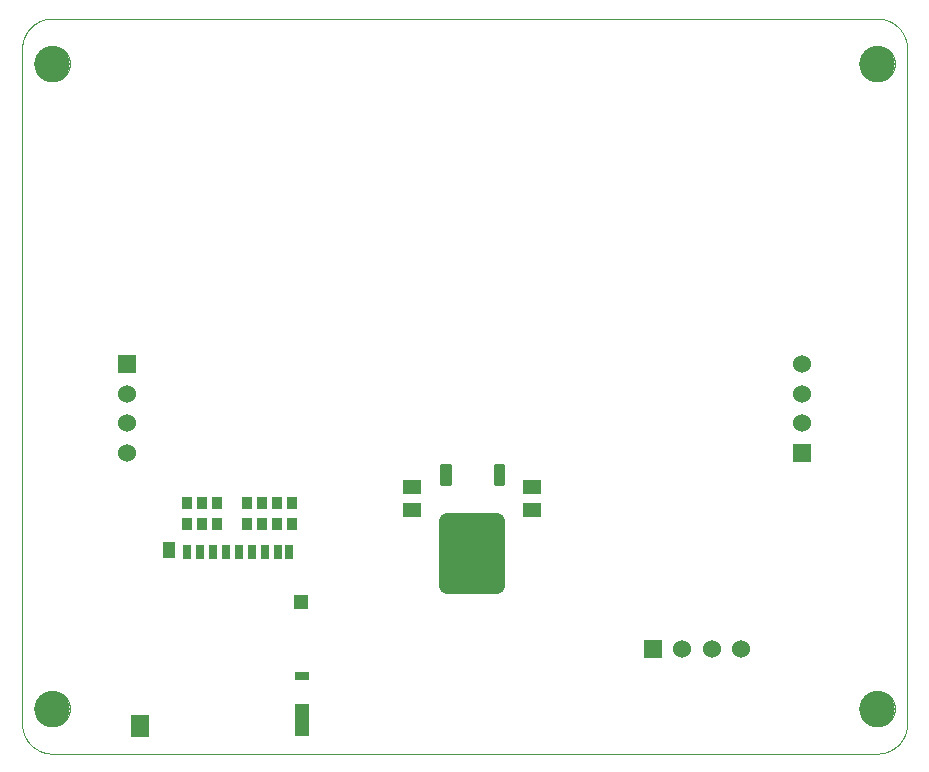
<source format=gbs>
G75*
%MOIN*%
%OFA0B0*%
%FSLAX25Y25*%
%IPPOS*%
%LPD*%
%AMOC8*
5,1,8,0,0,1.08239X$1,22.5*
%
%ADD10C,0.00000*%
%ADD11R,0.05906X0.05118*%
%ADD12R,0.06000X0.06000*%
%ADD13C,0.06000*%
%ADD14R,0.03346X0.04134*%
%ADD15C,0.11811*%
%ADD16R,0.02756X0.04724*%
%ADD17R,0.03937X0.05512*%
%ADD18R,0.05906X0.07480*%
%ADD19R,0.04724X0.11024*%
%ADD20R,0.04724X0.03150*%
%ADD21R,0.04724X0.04724*%
%ADD22C,0.05320*%
%ADD23C,0.00907*%
D10*
X0076800Y0058933D02*
X0351800Y0058933D01*
X0352042Y0058936D01*
X0352283Y0058945D01*
X0352524Y0058959D01*
X0352765Y0058980D01*
X0353005Y0059006D01*
X0353245Y0059038D01*
X0353484Y0059076D01*
X0353721Y0059119D01*
X0353958Y0059169D01*
X0354193Y0059224D01*
X0354427Y0059284D01*
X0354659Y0059351D01*
X0354890Y0059422D01*
X0355119Y0059500D01*
X0355346Y0059583D01*
X0355571Y0059671D01*
X0355794Y0059765D01*
X0356014Y0059864D01*
X0356232Y0059969D01*
X0356447Y0060078D01*
X0356660Y0060193D01*
X0356870Y0060313D01*
X0357076Y0060438D01*
X0357280Y0060568D01*
X0357481Y0060703D01*
X0357678Y0060843D01*
X0357872Y0060987D01*
X0358062Y0061136D01*
X0358248Y0061290D01*
X0358431Y0061448D01*
X0358610Y0061610D01*
X0358785Y0061777D01*
X0358956Y0061948D01*
X0359123Y0062123D01*
X0359285Y0062302D01*
X0359443Y0062485D01*
X0359597Y0062671D01*
X0359746Y0062861D01*
X0359890Y0063055D01*
X0360030Y0063252D01*
X0360165Y0063453D01*
X0360295Y0063657D01*
X0360420Y0063863D01*
X0360540Y0064073D01*
X0360655Y0064286D01*
X0360764Y0064501D01*
X0360869Y0064719D01*
X0360968Y0064939D01*
X0361062Y0065162D01*
X0361150Y0065387D01*
X0361233Y0065614D01*
X0361311Y0065843D01*
X0361382Y0066074D01*
X0361449Y0066306D01*
X0361509Y0066540D01*
X0361564Y0066775D01*
X0361614Y0067012D01*
X0361657Y0067249D01*
X0361695Y0067488D01*
X0361727Y0067728D01*
X0361753Y0067968D01*
X0361774Y0068209D01*
X0361788Y0068450D01*
X0361797Y0068691D01*
X0361800Y0068933D01*
X0361800Y0293933D01*
X0361797Y0294175D01*
X0361788Y0294416D01*
X0361774Y0294657D01*
X0361753Y0294898D01*
X0361727Y0295138D01*
X0361695Y0295378D01*
X0361657Y0295617D01*
X0361614Y0295854D01*
X0361564Y0296091D01*
X0361509Y0296326D01*
X0361449Y0296560D01*
X0361382Y0296792D01*
X0361311Y0297023D01*
X0361233Y0297252D01*
X0361150Y0297479D01*
X0361062Y0297704D01*
X0360968Y0297927D01*
X0360869Y0298147D01*
X0360764Y0298365D01*
X0360655Y0298580D01*
X0360540Y0298793D01*
X0360420Y0299003D01*
X0360295Y0299209D01*
X0360165Y0299413D01*
X0360030Y0299614D01*
X0359890Y0299811D01*
X0359746Y0300005D01*
X0359597Y0300195D01*
X0359443Y0300381D01*
X0359285Y0300564D01*
X0359123Y0300743D01*
X0358956Y0300918D01*
X0358785Y0301089D01*
X0358610Y0301256D01*
X0358431Y0301418D01*
X0358248Y0301576D01*
X0358062Y0301730D01*
X0357872Y0301879D01*
X0357678Y0302023D01*
X0357481Y0302163D01*
X0357280Y0302298D01*
X0357076Y0302428D01*
X0356870Y0302553D01*
X0356660Y0302673D01*
X0356447Y0302788D01*
X0356232Y0302897D01*
X0356014Y0303002D01*
X0355794Y0303101D01*
X0355571Y0303195D01*
X0355346Y0303283D01*
X0355119Y0303366D01*
X0354890Y0303444D01*
X0354659Y0303515D01*
X0354427Y0303582D01*
X0354193Y0303642D01*
X0353958Y0303697D01*
X0353721Y0303747D01*
X0353484Y0303790D01*
X0353245Y0303828D01*
X0353005Y0303860D01*
X0352765Y0303886D01*
X0352524Y0303907D01*
X0352283Y0303921D01*
X0352042Y0303930D01*
X0351800Y0303933D01*
X0076800Y0303933D01*
X0076558Y0303930D01*
X0076317Y0303921D01*
X0076076Y0303907D01*
X0075835Y0303886D01*
X0075595Y0303860D01*
X0075355Y0303828D01*
X0075116Y0303790D01*
X0074879Y0303747D01*
X0074642Y0303697D01*
X0074407Y0303642D01*
X0074173Y0303582D01*
X0073941Y0303515D01*
X0073710Y0303444D01*
X0073481Y0303366D01*
X0073254Y0303283D01*
X0073029Y0303195D01*
X0072806Y0303101D01*
X0072586Y0303002D01*
X0072368Y0302897D01*
X0072153Y0302788D01*
X0071940Y0302673D01*
X0071730Y0302553D01*
X0071524Y0302428D01*
X0071320Y0302298D01*
X0071119Y0302163D01*
X0070922Y0302023D01*
X0070728Y0301879D01*
X0070538Y0301730D01*
X0070352Y0301576D01*
X0070169Y0301418D01*
X0069990Y0301256D01*
X0069815Y0301089D01*
X0069644Y0300918D01*
X0069477Y0300743D01*
X0069315Y0300564D01*
X0069157Y0300381D01*
X0069003Y0300195D01*
X0068854Y0300005D01*
X0068710Y0299811D01*
X0068570Y0299614D01*
X0068435Y0299413D01*
X0068305Y0299209D01*
X0068180Y0299003D01*
X0068060Y0298793D01*
X0067945Y0298580D01*
X0067836Y0298365D01*
X0067731Y0298147D01*
X0067632Y0297927D01*
X0067538Y0297704D01*
X0067450Y0297479D01*
X0067367Y0297252D01*
X0067289Y0297023D01*
X0067218Y0296792D01*
X0067151Y0296560D01*
X0067091Y0296326D01*
X0067036Y0296091D01*
X0066986Y0295854D01*
X0066943Y0295617D01*
X0066905Y0295378D01*
X0066873Y0295138D01*
X0066847Y0294898D01*
X0066826Y0294657D01*
X0066812Y0294416D01*
X0066803Y0294175D01*
X0066800Y0293933D01*
X0066800Y0068933D01*
X0066803Y0068691D01*
X0066812Y0068450D01*
X0066826Y0068209D01*
X0066847Y0067968D01*
X0066873Y0067728D01*
X0066905Y0067488D01*
X0066943Y0067249D01*
X0066986Y0067012D01*
X0067036Y0066775D01*
X0067091Y0066540D01*
X0067151Y0066306D01*
X0067218Y0066074D01*
X0067289Y0065843D01*
X0067367Y0065614D01*
X0067450Y0065387D01*
X0067538Y0065162D01*
X0067632Y0064939D01*
X0067731Y0064719D01*
X0067836Y0064501D01*
X0067945Y0064286D01*
X0068060Y0064073D01*
X0068180Y0063863D01*
X0068305Y0063657D01*
X0068435Y0063453D01*
X0068570Y0063252D01*
X0068710Y0063055D01*
X0068854Y0062861D01*
X0069003Y0062671D01*
X0069157Y0062485D01*
X0069315Y0062302D01*
X0069477Y0062123D01*
X0069644Y0061948D01*
X0069815Y0061777D01*
X0069990Y0061610D01*
X0070169Y0061448D01*
X0070352Y0061290D01*
X0070538Y0061136D01*
X0070728Y0060987D01*
X0070922Y0060843D01*
X0071119Y0060703D01*
X0071320Y0060568D01*
X0071524Y0060438D01*
X0071730Y0060313D01*
X0071940Y0060193D01*
X0072153Y0060078D01*
X0072368Y0059969D01*
X0072586Y0059864D01*
X0072806Y0059765D01*
X0073029Y0059671D01*
X0073254Y0059583D01*
X0073481Y0059500D01*
X0073710Y0059422D01*
X0073941Y0059351D01*
X0074173Y0059284D01*
X0074407Y0059224D01*
X0074642Y0059169D01*
X0074879Y0059119D01*
X0075116Y0059076D01*
X0075355Y0059038D01*
X0075595Y0059006D01*
X0075835Y0058980D01*
X0076076Y0058959D01*
X0076317Y0058945D01*
X0076558Y0058936D01*
X0076800Y0058933D01*
X0070894Y0073933D02*
X0070896Y0074086D01*
X0070902Y0074240D01*
X0070912Y0074393D01*
X0070926Y0074545D01*
X0070944Y0074698D01*
X0070966Y0074849D01*
X0070991Y0075000D01*
X0071021Y0075151D01*
X0071055Y0075301D01*
X0071092Y0075449D01*
X0071133Y0075597D01*
X0071178Y0075743D01*
X0071227Y0075889D01*
X0071280Y0076033D01*
X0071336Y0076175D01*
X0071396Y0076316D01*
X0071460Y0076456D01*
X0071527Y0076594D01*
X0071598Y0076730D01*
X0071673Y0076864D01*
X0071750Y0076996D01*
X0071832Y0077126D01*
X0071916Y0077254D01*
X0072004Y0077380D01*
X0072095Y0077503D01*
X0072189Y0077624D01*
X0072287Y0077742D01*
X0072387Y0077858D01*
X0072491Y0077971D01*
X0072597Y0078082D01*
X0072706Y0078190D01*
X0072818Y0078295D01*
X0072932Y0078396D01*
X0073050Y0078495D01*
X0073169Y0078591D01*
X0073291Y0078684D01*
X0073416Y0078773D01*
X0073543Y0078860D01*
X0073672Y0078942D01*
X0073803Y0079022D01*
X0073936Y0079098D01*
X0074071Y0079171D01*
X0074208Y0079240D01*
X0074347Y0079305D01*
X0074487Y0079367D01*
X0074629Y0079425D01*
X0074772Y0079480D01*
X0074917Y0079531D01*
X0075063Y0079578D01*
X0075210Y0079621D01*
X0075358Y0079660D01*
X0075507Y0079696D01*
X0075657Y0079727D01*
X0075808Y0079755D01*
X0075959Y0079779D01*
X0076112Y0079799D01*
X0076264Y0079815D01*
X0076417Y0079827D01*
X0076570Y0079835D01*
X0076723Y0079839D01*
X0076877Y0079839D01*
X0077030Y0079835D01*
X0077183Y0079827D01*
X0077336Y0079815D01*
X0077488Y0079799D01*
X0077641Y0079779D01*
X0077792Y0079755D01*
X0077943Y0079727D01*
X0078093Y0079696D01*
X0078242Y0079660D01*
X0078390Y0079621D01*
X0078537Y0079578D01*
X0078683Y0079531D01*
X0078828Y0079480D01*
X0078971Y0079425D01*
X0079113Y0079367D01*
X0079253Y0079305D01*
X0079392Y0079240D01*
X0079529Y0079171D01*
X0079664Y0079098D01*
X0079797Y0079022D01*
X0079928Y0078942D01*
X0080057Y0078860D01*
X0080184Y0078773D01*
X0080309Y0078684D01*
X0080431Y0078591D01*
X0080550Y0078495D01*
X0080668Y0078396D01*
X0080782Y0078295D01*
X0080894Y0078190D01*
X0081003Y0078082D01*
X0081109Y0077971D01*
X0081213Y0077858D01*
X0081313Y0077742D01*
X0081411Y0077624D01*
X0081505Y0077503D01*
X0081596Y0077380D01*
X0081684Y0077254D01*
X0081768Y0077126D01*
X0081850Y0076996D01*
X0081927Y0076864D01*
X0082002Y0076730D01*
X0082073Y0076594D01*
X0082140Y0076456D01*
X0082204Y0076316D01*
X0082264Y0076175D01*
X0082320Y0076033D01*
X0082373Y0075889D01*
X0082422Y0075743D01*
X0082467Y0075597D01*
X0082508Y0075449D01*
X0082545Y0075301D01*
X0082579Y0075151D01*
X0082609Y0075000D01*
X0082634Y0074849D01*
X0082656Y0074698D01*
X0082674Y0074545D01*
X0082688Y0074393D01*
X0082698Y0074240D01*
X0082704Y0074086D01*
X0082706Y0073933D01*
X0082704Y0073780D01*
X0082698Y0073626D01*
X0082688Y0073473D01*
X0082674Y0073321D01*
X0082656Y0073168D01*
X0082634Y0073017D01*
X0082609Y0072866D01*
X0082579Y0072715D01*
X0082545Y0072565D01*
X0082508Y0072417D01*
X0082467Y0072269D01*
X0082422Y0072123D01*
X0082373Y0071977D01*
X0082320Y0071833D01*
X0082264Y0071691D01*
X0082204Y0071550D01*
X0082140Y0071410D01*
X0082073Y0071272D01*
X0082002Y0071136D01*
X0081927Y0071002D01*
X0081850Y0070870D01*
X0081768Y0070740D01*
X0081684Y0070612D01*
X0081596Y0070486D01*
X0081505Y0070363D01*
X0081411Y0070242D01*
X0081313Y0070124D01*
X0081213Y0070008D01*
X0081109Y0069895D01*
X0081003Y0069784D01*
X0080894Y0069676D01*
X0080782Y0069571D01*
X0080668Y0069470D01*
X0080550Y0069371D01*
X0080431Y0069275D01*
X0080309Y0069182D01*
X0080184Y0069093D01*
X0080057Y0069006D01*
X0079928Y0068924D01*
X0079797Y0068844D01*
X0079664Y0068768D01*
X0079529Y0068695D01*
X0079392Y0068626D01*
X0079253Y0068561D01*
X0079113Y0068499D01*
X0078971Y0068441D01*
X0078828Y0068386D01*
X0078683Y0068335D01*
X0078537Y0068288D01*
X0078390Y0068245D01*
X0078242Y0068206D01*
X0078093Y0068170D01*
X0077943Y0068139D01*
X0077792Y0068111D01*
X0077641Y0068087D01*
X0077488Y0068067D01*
X0077336Y0068051D01*
X0077183Y0068039D01*
X0077030Y0068031D01*
X0076877Y0068027D01*
X0076723Y0068027D01*
X0076570Y0068031D01*
X0076417Y0068039D01*
X0076264Y0068051D01*
X0076112Y0068067D01*
X0075959Y0068087D01*
X0075808Y0068111D01*
X0075657Y0068139D01*
X0075507Y0068170D01*
X0075358Y0068206D01*
X0075210Y0068245D01*
X0075063Y0068288D01*
X0074917Y0068335D01*
X0074772Y0068386D01*
X0074629Y0068441D01*
X0074487Y0068499D01*
X0074347Y0068561D01*
X0074208Y0068626D01*
X0074071Y0068695D01*
X0073936Y0068768D01*
X0073803Y0068844D01*
X0073672Y0068924D01*
X0073543Y0069006D01*
X0073416Y0069093D01*
X0073291Y0069182D01*
X0073169Y0069275D01*
X0073050Y0069371D01*
X0072932Y0069470D01*
X0072818Y0069571D01*
X0072706Y0069676D01*
X0072597Y0069784D01*
X0072491Y0069895D01*
X0072387Y0070008D01*
X0072287Y0070124D01*
X0072189Y0070242D01*
X0072095Y0070363D01*
X0072004Y0070486D01*
X0071916Y0070612D01*
X0071832Y0070740D01*
X0071750Y0070870D01*
X0071673Y0071002D01*
X0071598Y0071136D01*
X0071527Y0071272D01*
X0071460Y0071410D01*
X0071396Y0071550D01*
X0071336Y0071691D01*
X0071280Y0071833D01*
X0071227Y0071977D01*
X0071178Y0072123D01*
X0071133Y0072269D01*
X0071092Y0072417D01*
X0071055Y0072565D01*
X0071021Y0072715D01*
X0070991Y0072866D01*
X0070966Y0073017D01*
X0070944Y0073168D01*
X0070926Y0073321D01*
X0070912Y0073473D01*
X0070902Y0073626D01*
X0070896Y0073780D01*
X0070894Y0073933D01*
X0070894Y0288933D02*
X0070896Y0289086D01*
X0070902Y0289240D01*
X0070912Y0289393D01*
X0070926Y0289545D01*
X0070944Y0289698D01*
X0070966Y0289849D01*
X0070991Y0290000D01*
X0071021Y0290151D01*
X0071055Y0290301D01*
X0071092Y0290449D01*
X0071133Y0290597D01*
X0071178Y0290743D01*
X0071227Y0290889D01*
X0071280Y0291033D01*
X0071336Y0291175D01*
X0071396Y0291316D01*
X0071460Y0291456D01*
X0071527Y0291594D01*
X0071598Y0291730D01*
X0071673Y0291864D01*
X0071750Y0291996D01*
X0071832Y0292126D01*
X0071916Y0292254D01*
X0072004Y0292380D01*
X0072095Y0292503D01*
X0072189Y0292624D01*
X0072287Y0292742D01*
X0072387Y0292858D01*
X0072491Y0292971D01*
X0072597Y0293082D01*
X0072706Y0293190D01*
X0072818Y0293295D01*
X0072932Y0293396D01*
X0073050Y0293495D01*
X0073169Y0293591D01*
X0073291Y0293684D01*
X0073416Y0293773D01*
X0073543Y0293860D01*
X0073672Y0293942D01*
X0073803Y0294022D01*
X0073936Y0294098D01*
X0074071Y0294171D01*
X0074208Y0294240D01*
X0074347Y0294305D01*
X0074487Y0294367D01*
X0074629Y0294425D01*
X0074772Y0294480D01*
X0074917Y0294531D01*
X0075063Y0294578D01*
X0075210Y0294621D01*
X0075358Y0294660D01*
X0075507Y0294696D01*
X0075657Y0294727D01*
X0075808Y0294755D01*
X0075959Y0294779D01*
X0076112Y0294799D01*
X0076264Y0294815D01*
X0076417Y0294827D01*
X0076570Y0294835D01*
X0076723Y0294839D01*
X0076877Y0294839D01*
X0077030Y0294835D01*
X0077183Y0294827D01*
X0077336Y0294815D01*
X0077488Y0294799D01*
X0077641Y0294779D01*
X0077792Y0294755D01*
X0077943Y0294727D01*
X0078093Y0294696D01*
X0078242Y0294660D01*
X0078390Y0294621D01*
X0078537Y0294578D01*
X0078683Y0294531D01*
X0078828Y0294480D01*
X0078971Y0294425D01*
X0079113Y0294367D01*
X0079253Y0294305D01*
X0079392Y0294240D01*
X0079529Y0294171D01*
X0079664Y0294098D01*
X0079797Y0294022D01*
X0079928Y0293942D01*
X0080057Y0293860D01*
X0080184Y0293773D01*
X0080309Y0293684D01*
X0080431Y0293591D01*
X0080550Y0293495D01*
X0080668Y0293396D01*
X0080782Y0293295D01*
X0080894Y0293190D01*
X0081003Y0293082D01*
X0081109Y0292971D01*
X0081213Y0292858D01*
X0081313Y0292742D01*
X0081411Y0292624D01*
X0081505Y0292503D01*
X0081596Y0292380D01*
X0081684Y0292254D01*
X0081768Y0292126D01*
X0081850Y0291996D01*
X0081927Y0291864D01*
X0082002Y0291730D01*
X0082073Y0291594D01*
X0082140Y0291456D01*
X0082204Y0291316D01*
X0082264Y0291175D01*
X0082320Y0291033D01*
X0082373Y0290889D01*
X0082422Y0290743D01*
X0082467Y0290597D01*
X0082508Y0290449D01*
X0082545Y0290301D01*
X0082579Y0290151D01*
X0082609Y0290000D01*
X0082634Y0289849D01*
X0082656Y0289698D01*
X0082674Y0289545D01*
X0082688Y0289393D01*
X0082698Y0289240D01*
X0082704Y0289086D01*
X0082706Y0288933D01*
X0082704Y0288780D01*
X0082698Y0288626D01*
X0082688Y0288473D01*
X0082674Y0288321D01*
X0082656Y0288168D01*
X0082634Y0288017D01*
X0082609Y0287866D01*
X0082579Y0287715D01*
X0082545Y0287565D01*
X0082508Y0287417D01*
X0082467Y0287269D01*
X0082422Y0287123D01*
X0082373Y0286977D01*
X0082320Y0286833D01*
X0082264Y0286691D01*
X0082204Y0286550D01*
X0082140Y0286410D01*
X0082073Y0286272D01*
X0082002Y0286136D01*
X0081927Y0286002D01*
X0081850Y0285870D01*
X0081768Y0285740D01*
X0081684Y0285612D01*
X0081596Y0285486D01*
X0081505Y0285363D01*
X0081411Y0285242D01*
X0081313Y0285124D01*
X0081213Y0285008D01*
X0081109Y0284895D01*
X0081003Y0284784D01*
X0080894Y0284676D01*
X0080782Y0284571D01*
X0080668Y0284470D01*
X0080550Y0284371D01*
X0080431Y0284275D01*
X0080309Y0284182D01*
X0080184Y0284093D01*
X0080057Y0284006D01*
X0079928Y0283924D01*
X0079797Y0283844D01*
X0079664Y0283768D01*
X0079529Y0283695D01*
X0079392Y0283626D01*
X0079253Y0283561D01*
X0079113Y0283499D01*
X0078971Y0283441D01*
X0078828Y0283386D01*
X0078683Y0283335D01*
X0078537Y0283288D01*
X0078390Y0283245D01*
X0078242Y0283206D01*
X0078093Y0283170D01*
X0077943Y0283139D01*
X0077792Y0283111D01*
X0077641Y0283087D01*
X0077488Y0283067D01*
X0077336Y0283051D01*
X0077183Y0283039D01*
X0077030Y0283031D01*
X0076877Y0283027D01*
X0076723Y0283027D01*
X0076570Y0283031D01*
X0076417Y0283039D01*
X0076264Y0283051D01*
X0076112Y0283067D01*
X0075959Y0283087D01*
X0075808Y0283111D01*
X0075657Y0283139D01*
X0075507Y0283170D01*
X0075358Y0283206D01*
X0075210Y0283245D01*
X0075063Y0283288D01*
X0074917Y0283335D01*
X0074772Y0283386D01*
X0074629Y0283441D01*
X0074487Y0283499D01*
X0074347Y0283561D01*
X0074208Y0283626D01*
X0074071Y0283695D01*
X0073936Y0283768D01*
X0073803Y0283844D01*
X0073672Y0283924D01*
X0073543Y0284006D01*
X0073416Y0284093D01*
X0073291Y0284182D01*
X0073169Y0284275D01*
X0073050Y0284371D01*
X0072932Y0284470D01*
X0072818Y0284571D01*
X0072706Y0284676D01*
X0072597Y0284784D01*
X0072491Y0284895D01*
X0072387Y0285008D01*
X0072287Y0285124D01*
X0072189Y0285242D01*
X0072095Y0285363D01*
X0072004Y0285486D01*
X0071916Y0285612D01*
X0071832Y0285740D01*
X0071750Y0285870D01*
X0071673Y0286002D01*
X0071598Y0286136D01*
X0071527Y0286272D01*
X0071460Y0286410D01*
X0071396Y0286550D01*
X0071336Y0286691D01*
X0071280Y0286833D01*
X0071227Y0286977D01*
X0071178Y0287123D01*
X0071133Y0287269D01*
X0071092Y0287417D01*
X0071055Y0287565D01*
X0071021Y0287715D01*
X0070991Y0287866D01*
X0070966Y0288017D01*
X0070944Y0288168D01*
X0070926Y0288321D01*
X0070912Y0288473D01*
X0070902Y0288626D01*
X0070896Y0288780D01*
X0070894Y0288933D01*
X0345894Y0288933D02*
X0345896Y0289086D01*
X0345902Y0289240D01*
X0345912Y0289393D01*
X0345926Y0289545D01*
X0345944Y0289698D01*
X0345966Y0289849D01*
X0345991Y0290000D01*
X0346021Y0290151D01*
X0346055Y0290301D01*
X0346092Y0290449D01*
X0346133Y0290597D01*
X0346178Y0290743D01*
X0346227Y0290889D01*
X0346280Y0291033D01*
X0346336Y0291175D01*
X0346396Y0291316D01*
X0346460Y0291456D01*
X0346527Y0291594D01*
X0346598Y0291730D01*
X0346673Y0291864D01*
X0346750Y0291996D01*
X0346832Y0292126D01*
X0346916Y0292254D01*
X0347004Y0292380D01*
X0347095Y0292503D01*
X0347189Y0292624D01*
X0347287Y0292742D01*
X0347387Y0292858D01*
X0347491Y0292971D01*
X0347597Y0293082D01*
X0347706Y0293190D01*
X0347818Y0293295D01*
X0347932Y0293396D01*
X0348050Y0293495D01*
X0348169Y0293591D01*
X0348291Y0293684D01*
X0348416Y0293773D01*
X0348543Y0293860D01*
X0348672Y0293942D01*
X0348803Y0294022D01*
X0348936Y0294098D01*
X0349071Y0294171D01*
X0349208Y0294240D01*
X0349347Y0294305D01*
X0349487Y0294367D01*
X0349629Y0294425D01*
X0349772Y0294480D01*
X0349917Y0294531D01*
X0350063Y0294578D01*
X0350210Y0294621D01*
X0350358Y0294660D01*
X0350507Y0294696D01*
X0350657Y0294727D01*
X0350808Y0294755D01*
X0350959Y0294779D01*
X0351112Y0294799D01*
X0351264Y0294815D01*
X0351417Y0294827D01*
X0351570Y0294835D01*
X0351723Y0294839D01*
X0351877Y0294839D01*
X0352030Y0294835D01*
X0352183Y0294827D01*
X0352336Y0294815D01*
X0352488Y0294799D01*
X0352641Y0294779D01*
X0352792Y0294755D01*
X0352943Y0294727D01*
X0353093Y0294696D01*
X0353242Y0294660D01*
X0353390Y0294621D01*
X0353537Y0294578D01*
X0353683Y0294531D01*
X0353828Y0294480D01*
X0353971Y0294425D01*
X0354113Y0294367D01*
X0354253Y0294305D01*
X0354392Y0294240D01*
X0354529Y0294171D01*
X0354664Y0294098D01*
X0354797Y0294022D01*
X0354928Y0293942D01*
X0355057Y0293860D01*
X0355184Y0293773D01*
X0355309Y0293684D01*
X0355431Y0293591D01*
X0355550Y0293495D01*
X0355668Y0293396D01*
X0355782Y0293295D01*
X0355894Y0293190D01*
X0356003Y0293082D01*
X0356109Y0292971D01*
X0356213Y0292858D01*
X0356313Y0292742D01*
X0356411Y0292624D01*
X0356505Y0292503D01*
X0356596Y0292380D01*
X0356684Y0292254D01*
X0356768Y0292126D01*
X0356850Y0291996D01*
X0356927Y0291864D01*
X0357002Y0291730D01*
X0357073Y0291594D01*
X0357140Y0291456D01*
X0357204Y0291316D01*
X0357264Y0291175D01*
X0357320Y0291033D01*
X0357373Y0290889D01*
X0357422Y0290743D01*
X0357467Y0290597D01*
X0357508Y0290449D01*
X0357545Y0290301D01*
X0357579Y0290151D01*
X0357609Y0290000D01*
X0357634Y0289849D01*
X0357656Y0289698D01*
X0357674Y0289545D01*
X0357688Y0289393D01*
X0357698Y0289240D01*
X0357704Y0289086D01*
X0357706Y0288933D01*
X0357704Y0288780D01*
X0357698Y0288626D01*
X0357688Y0288473D01*
X0357674Y0288321D01*
X0357656Y0288168D01*
X0357634Y0288017D01*
X0357609Y0287866D01*
X0357579Y0287715D01*
X0357545Y0287565D01*
X0357508Y0287417D01*
X0357467Y0287269D01*
X0357422Y0287123D01*
X0357373Y0286977D01*
X0357320Y0286833D01*
X0357264Y0286691D01*
X0357204Y0286550D01*
X0357140Y0286410D01*
X0357073Y0286272D01*
X0357002Y0286136D01*
X0356927Y0286002D01*
X0356850Y0285870D01*
X0356768Y0285740D01*
X0356684Y0285612D01*
X0356596Y0285486D01*
X0356505Y0285363D01*
X0356411Y0285242D01*
X0356313Y0285124D01*
X0356213Y0285008D01*
X0356109Y0284895D01*
X0356003Y0284784D01*
X0355894Y0284676D01*
X0355782Y0284571D01*
X0355668Y0284470D01*
X0355550Y0284371D01*
X0355431Y0284275D01*
X0355309Y0284182D01*
X0355184Y0284093D01*
X0355057Y0284006D01*
X0354928Y0283924D01*
X0354797Y0283844D01*
X0354664Y0283768D01*
X0354529Y0283695D01*
X0354392Y0283626D01*
X0354253Y0283561D01*
X0354113Y0283499D01*
X0353971Y0283441D01*
X0353828Y0283386D01*
X0353683Y0283335D01*
X0353537Y0283288D01*
X0353390Y0283245D01*
X0353242Y0283206D01*
X0353093Y0283170D01*
X0352943Y0283139D01*
X0352792Y0283111D01*
X0352641Y0283087D01*
X0352488Y0283067D01*
X0352336Y0283051D01*
X0352183Y0283039D01*
X0352030Y0283031D01*
X0351877Y0283027D01*
X0351723Y0283027D01*
X0351570Y0283031D01*
X0351417Y0283039D01*
X0351264Y0283051D01*
X0351112Y0283067D01*
X0350959Y0283087D01*
X0350808Y0283111D01*
X0350657Y0283139D01*
X0350507Y0283170D01*
X0350358Y0283206D01*
X0350210Y0283245D01*
X0350063Y0283288D01*
X0349917Y0283335D01*
X0349772Y0283386D01*
X0349629Y0283441D01*
X0349487Y0283499D01*
X0349347Y0283561D01*
X0349208Y0283626D01*
X0349071Y0283695D01*
X0348936Y0283768D01*
X0348803Y0283844D01*
X0348672Y0283924D01*
X0348543Y0284006D01*
X0348416Y0284093D01*
X0348291Y0284182D01*
X0348169Y0284275D01*
X0348050Y0284371D01*
X0347932Y0284470D01*
X0347818Y0284571D01*
X0347706Y0284676D01*
X0347597Y0284784D01*
X0347491Y0284895D01*
X0347387Y0285008D01*
X0347287Y0285124D01*
X0347189Y0285242D01*
X0347095Y0285363D01*
X0347004Y0285486D01*
X0346916Y0285612D01*
X0346832Y0285740D01*
X0346750Y0285870D01*
X0346673Y0286002D01*
X0346598Y0286136D01*
X0346527Y0286272D01*
X0346460Y0286410D01*
X0346396Y0286550D01*
X0346336Y0286691D01*
X0346280Y0286833D01*
X0346227Y0286977D01*
X0346178Y0287123D01*
X0346133Y0287269D01*
X0346092Y0287417D01*
X0346055Y0287565D01*
X0346021Y0287715D01*
X0345991Y0287866D01*
X0345966Y0288017D01*
X0345944Y0288168D01*
X0345926Y0288321D01*
X0345912Y0288473D01*
X0345902Y0288626D01*
X0345896Y0288780D01*
X0345894Y0288933D01*
X0345894Y0073933D02*
X0345896Y0074086D01*
X0345902Y0074240D01*
X0345912Y0074393D01*
X0345926Y0074545D01*
X0345944Y0074698D01*
X0345966Y0074849D01*
X0345991Y0075000D01*
X0346021Y0075151D01*
X0346055Y0075301D01*
X0346092Y0075449D01*
X0346133Y0075597D01*
X0346178Y0075743D01*
X0346227Y0075889D01*
X0346280Y0076033D01*
X0346336Y0076175D01*
X0346396Y0076316D01*
X0346460Y0076456D01*
X0346527Y0076594D01*
X0346598Y0076730D01*
X0346673Y0076864D01*
X0346750Y0076996D01*
X0346832Y0077126D01*
X0346916Y0077254D01*
X0347004Y0077380D01*
X0347095Y0077503D01*
X0347189Y0077624D01*
X0347287Y0077742D01*
X0347387Y0077858D01*
X0347491Y0077971D01*
X0347597Y0078082D01*
X0347706Y0078190D01*
X0347818Y0078295D01*
X0347932Y0078396D01*
X0348050Y0078495D01*
X0348169Y0078591D01*
X0348291Y0078684D01*
X0348416Y0078773D01*
X0348543Y0078860D01*
X0348672Y0078942D01*
X0348803Y0079022D01*
X0348936Y0079098D01*
X0349071Y0079171D01*
X0349208Y0079240D01*
X0349347Y0079305D01*
X0349487Y0079367D01*
X0349629Y0079425D01*
X0349772Y0079480D01*
X0349917Y0079531D01*
X0350063Y0079578D01*
X0350210Y0079621D01*
X0350358Y0079660D01*
X0350507Y0079696D01*
X0350657Y0079727D01*
X0350808Y0079755D01*
X0350959Y0079779D01*
X0351112Y0079799D01*
X0351264Y0079815D01*
X0351417Y0079827D01*
X0351570Y0079835D01*
X0351723Y0079839D01*
X0351877Y0079839D01*
X0352030Y0079835D01*
X0352183Y0079827D01*
X0352336Y0079815D01*
X0352488Y0079799D01*
X0352641Y0079779D01*
X0352792Y0079755D01*
X0352943Y0079727D01*
X0353093Y0079696D01*
X0353242Y0079660D01*
X0353390Y0079621D01*
X0353537Y0079578D01*
X0353683Y0079531D01*
X0353828Y0079480D01*
X0353971Y0079425D01*
X0354113Y0079367D01*
X0354253Y0079305D01*
X0354392Y0079240D01*
X0354529Y0079171D01*
X0354664Y0079098D01*
X0354797Y0079022D01*
X0354928Y0078942D01*
X0355057Y0078860D01*
X0355184Y0078773D01*
X0355309Y0078684D01*
X0355431Y0078591D01*
X0355550Y0078495D01*
X0355668Y0078396D01*
X0355782Y0078295D01*
X0355894Y0078190D01*
X0356003Y0078082D01*
X0356109Y0077971D01*
X0356213Y0077858D01*
X0356313Y0077742D01*
X0356411Y0077624D01*
X0356505Y0077503D01*
X0356596Y0077380D01*
X0356684Y0077254D01*
X0356768Y0077126D01*
X0356850Y0076996D01*
X0356927Y0076864D01*
X0357002Y0076730D01*
X0357073Y0076594D01*
X0357140Y0076456D01*
X0357204Y0076316D01*
X0357264Y0076175D01*
X0357320Y0076033D01*
X0357373Y0075889D01*
X0357422Y0075743D01*
X0357467Y0075597D01*
X0357508Y0075449D01*
X0357545Y0075301D01*
X0357579Y0075151D01*
X0357609Y0075000D01*
X0357634Y0074849D01*
X0357656Y0074698D01*
X0357674Y0074545D01*
X0357688Y0074393D01*
X0357698Y0074240D01*
X0357704Y0074086D01*
X0357706Y0073933D01*
X0357704Y0073780D01*
X0357698Y0073626D01*
X0357688Y0073473D01*
X0357674Y0073321D01*
X0357656Y0073168D01*
X0357634Y0073017D01*
X0357609Y0072866D01*
X0357579Y0072715D01*
X0357545Y0072565D01*
X0357508Y0072417D01*
X0357467Y0072269D01*
X0357422Y0072123D01*
X0357373Y0071977D01*
X0357320Y0071833D01*
X0357264Y0071691D01*
X0357204Y0071550D01*
X0357140Y0071410D01*
X0357073Y0071272D01*
X0357002Y0071136D01*
X0356927Y0071002D01*
X0356850Y0070870D01*
X0356768Y0070740D01*
X0356684Y0070612D01*
X0356596Y0070486D01*
X0356505Y0070363D01*
X0356411Y0070242D01*
X0356313Y0070124D01*
X0356213Y0070008D01*
X0356109Y0069895D01*
X0356003Y0069784D01*
X0355894Y0069676D01*
X0355782Y0069571D01*
X0355668Y0069470D01*
X0355550Y0069371D01*
X0355431Y0069275D01*
X0355309Y0069182D01*
X0355184Y0069093D01*
X0355057Y0069006D01*
X0354928Y0068924D01*
X0354797Y0068844D01*
X0354664Y0068768D01*
X0354529Y0068695D01*
X0354392Y0068626D01*
X0354253Y0068561D01*
X0354113Y0068499D01*
X0353971Y0068441D01*
X0353828Y0068386D01*
X0353683Y0068335D01*
X0353537Y0068288D01*
X0353390Y0068245D01*
X0353242Y0068206D01*
X0353093Y0068170D01*
X0352943Y0068139D01*
X0352792Y0068111D01*
X0352641Y0068087D01*
X0352488Y0068067D01*
X0352336Y0068051D01*
X0352183Y0068039D01*
X0352030Y0068031D01*
X0351877Y0068027D01*
X0351723Y0068027D01*
X0351570Y0068031D01*
X0351417Y0068039D01*
X0351264Y0068051D01*
X0351112Y0068067D01*
X0350959Y0068087D01*
X0350808Y0068111D01*
X0350657Y0068139D01*
X0350507Y0068170D01*
X0350358Y0068206D01*
X0350210Y0068245D01*
X0350063Y0068288D01*
X0349917Y0068335D01*
X0349772Y0068386D01*
X0349629Y0068441D01*
X0349487Y0068499D01*
X0349347Y0068561D01*
X0349208Y0068626D01*
X0349071Y0068695D01*
X0348936Y0068768D01*
X0348803Y0068844D01*
X0348672Y0068924D01*
X0348543Y0069006D01*
X0348416Y0069093D01*
X0348291Y0069182D01*
X0348169Y0069275D01*
X0348050Y0069371D01*
X0347932Y0069470D01*
X0347818Y0069571D01*
X0347706Y0069676D01*
X0347597Y0069784D01*
X0347491Y0069895D01*
X0347387Y0070008D01*
X0347287Y0070124D01*
X0347189Y0070242D01*
X0347095Y0070363D01*
X0347004Y0070486D01*
X0346916Y0070612D01*
X0346832Y0070740D01*
X0346750Y0070870D01*
X0346673Y0071002D01*
X0346598Y0071136D01*
X0346527Y0071272D01*
X0346460Y0071410D01*
X0346396Y0071550D01*
X0346336Y0071691D01*
X0346280Y0071833D01*
X0346227Y0071977D01*
X0346178Y0072123D01*
X0346133Y0072269D01*
X0346092Y0072417D01*
X0346055Y0072565D01*
X0346021Y0072715D01*
X0345991Y0072866D01*
X0345966Y0073017D01*
X0345944Y0073168D01*
X0345926Y0073321D01*
X0345912Y0073473D01*
X0345902Y0073626D01*
X0345896Y0073780D01*
X0345894Y0073933D01*
D11*
X0236800Y0140193D03*
X0236800Y0147673D03*
X0196800Y0147673D03*
X0196800Y0140193D03*
D12*
X0277036Y0093933D03*
X0326800Y0159169D03*
X0101800Y0188697D03*
D13*
X0101800Y0178854D03*
X0101800Y0169012D03*
X0101800Y0159169D03*
X0286879Y0093933D03*
X0296721Y0093933D03*
X0306564Y0093933D03*
X0326800Y0169012D03*
X0326800Y0178854D03*
X0326800Y0188697D03*
D14*
X0156800Y0142378D03*
X0151800Y0142378D03*
X0146800Y0142378D03*
X0141800Y0142378D03*
X0141800Y0135488D03*
X0146800Y0135488D03*
X0151800Y0135488D03*
X0156800Y0135488D03*
X0131800Y0135488D03*
X0126800Y0135488D03*
X0121800Y0135488D03*
X0121800Y0142378D03*
X0126800Y0142378D03*
X0131800Y0142378D03*
D15*
X0076800Y0073933D03*
X0076800Y0288933D03*
X0351800Y0288933D03*
X0351800Y0073933D03*
D16*
X0155855Y0126295D03*
X0152115Y0126295D03*
X0147784Y0126295D03*
X0143454Y0126295D03*
X0139123Y0126295D03*
X0134792Y0126295D03*
X0130461Y0126295D03*
X0126131Y0126295D03*
X0121800Y0126295D03*
D17*
X0115698Y0126689D03*
D18*
X0106052Y0068224D03*
D19*
X0159989Y0069996D03*
D20*
X0159989Y0084957D03*
D21*
X0159595Y0109366D03*
D22*
X0208378Y0114783D02*
X0208378Y0136391D01*
X0225222Y0136391D01*
X0225222Y0114783D01*
X0208378Y0114783D01*
X0208378Y0119837D02*
X0225222Y0119837D01*
X0225222Y0124891D02*
X0208378Y0124891D01*
X0208378Y0129945D02*
X0225222Y0129945D01*
X0225222Y0134999D02*
X0208378Y0134999D01*
D23*
X0206387Y0148717D02*
X0206387Y0155291D01*
X0209261Y0155291D01*
X0209261Y0148717D01*
X0206387Y0148717D01*
X0206387Y0149579D02*
X0209261Y0149579D01*
X0209261Y0150441D02*
X0206387Y0150441D01*
X0206387Y0151303D02*
X0209261Y0151303D01*
X0209261Y0152165D02*
X0206387Y0152165D01*
X0206387Y0153027D02*
X0209261Y0153027D01*
X0209261Y0153889D02*
X0206387Y0153889D01*
X0206387Y0154751D02*
X0209261Y0154751D01*
X0224339Y0155291D02*
X0224339Y0148717D01*
X0224339Y0155291D02*
X0227213Y0155291D01*
X0227213Y0148717D01*
X0224339Y0148717D01*
X0224339Y0149579D02*
X0227213Y0149579D01*
X0227213Y0150441D02*
X0224339Y0150441D01*
X0224339Y0151303D02*
X0227213Y0151303D01*
X0227213Y0152165D02*
X0224339Y0152165D01*
X0224339Y0153027D02*
X0227213Y0153027D01*
X0227213Y0153889D02*
X0224339Y0153889D01*
X0224339Y0154751D02*
X0227213Y0154751D01*
M02*

</source>
